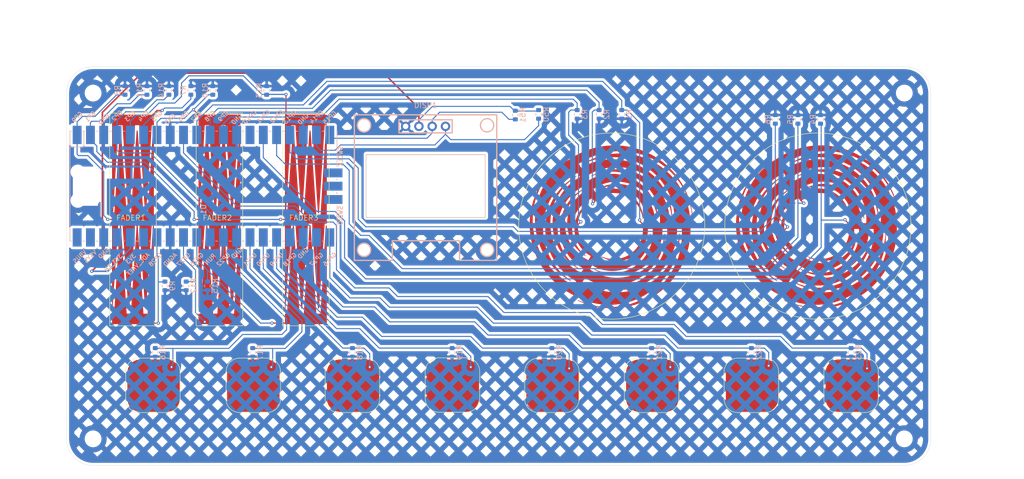
<source format=kicad_pcb>
(kicad_pcb (version 20240108) (generator "pcbnew") (generator_version "8.0")
  (layers (0 "F.Cu" signal) (31 "B.Cu" signal) (34 "B.Paste" user) (35 "F.Paste" user) (36 "B.SilkS" user "B.Silkscreen") (37 "F.SilkS" user "F.Silkscreen") (38 "B.Mask" user) (39 "F.Mask" user) (44 "Edge.Cuts" user))
  (net 0 "")
  (net 10 "/SCL")
  (net 11 "/SDA")
  (net 12 "/TPAD1")
  (net 13 "/TPAD2")
  (net 14 "+3V3")
  (net 15 "GND")
  (net 16 "/TPAD3")
  (net 17 "/TPAD4")
  (net 18 "/FADER1B")
  (net 19 "/FADER1C")
  (net 20 "/FADER1A")
  (net 21 "/FADER2A")
  (net 22 "/FADER2C")
  (net 23 "/FADER2B")
  (net 24 "/FADER3C")
  (net 25 "/FADER3B")
  (net 26 "/FADER3A")
  (net 27 "/ROT1A")
  (net 28 "/ROT1B")
  (net 29 "/ROT1C")
  (net 30 "/ROT2A")
  (net 31 "/ROT2B")
  (net 32 "/ROT2C")
  (net 33 "/TPAD5")
  (net 34 "/TPAD6")
  (net 35 "/TPAD7")
  (net 36 "/TPAD8")
  (footprint "SparkFun-Switch:Pad-CapacitiveTouch" (layer "F.Cu") (at 156.329998 86.36)
    (property "Reference" "SW7")
    (property "Value" "Capacitive Button" (hide yes))
  )
  (footprint "todbot_stuff:OLED-TH_under_L27.8-W27.2-P2.54_C9900033791" (layer "F.Cu") (at 93.98 36.83)
    (property "Reference" "DISP1")
    (property "Value" "HS96L03W2C03")
  )
  (footprint "MountingHole:MountingHole_2.7mm_M2.5" (layer "F.Cu") (at 185.42 30.48)
    (property "Reference" "H3" (hide yes))
    (property "Value" "MountingHole" (hide yes))
  )
  (footprint "MountingHole:MountingHole_2.1mm" (layer "F.Cu") (at 105.791 36.576)
    (property "Reference" "H8" (hide yes))
    (property "Value" "MountingHole" (hide yes))
  )
  (footprint "SparkFun-Switch:Pad-CapacitiveTouch" (layer "F.Cu") (at 80.129998 86.36)
    (property "Reference" "SW3")
    (property "Value" "Capacitive Button" (hide yes))
  )
  (footprint "MountingHole:MountingHole_2.7mm_M2.5_ISO14580" (layer "F.Cu") (at 30.48 30.48)
    (property "Reference" "H1" (hide yes))
    (property "Value" "MountingHole" (hide yes))
  )
  (footprint "SparkFun-Switch:Pad-CapacitiveTouch" (layer "F.Cu") (at 99.179998 86.36)
    (property "Reference" "SW4")
    (property "Value" "Capacitive Button" (hide yes))
  )
  (footprint "SparkFun-Switch:Pad-CapacitiveTouch" (layer "F.Cu") (at 175.379998 86.36)
    (property "Reference" "SW8")
    (property "Value" "Capacitive Button" (hide yes))
  )
  (footprint "todbot_eagle2023:TOUCHROTARY1B" (layer "F.Cu") (at 129.494896 55.876893)
    (property "Reference" "TOUCHROTARY1" (hide yes))
    (property "Value" "~" (hide yes))
  )
  (footprint "SparkFun-Switch:Pad-CapacitiveTouch" (layer "F.Cu") (at 61.079998 86.36)
    (property "Reference" "SW2")
    (property "Value" "Capacitive Button" (hide yes))
  )
  (footprint "SparkFun-Switch:Pad-CapacitiveTouch" (layer "F.Cu") (at 42.029998 86.36)
    (property "Reference" "SW1")
    (property "Value" "Capacitive Button" (hide yes))
  )
  (footprint "SparkFun-Switch:Pad-CapacitiveTouch" (layer "F.Cu") (at 118.229998 86.36)
    (property "Reference" "SW5")
    (property "Value" "Capacitive Button" (hide yes))
  )
  (footprint "MountingHole:MountingHole_2.7mm_M2.5" (layer "F.Cu") (at 185.42 96.52)
    (property "Reference" "H4" (hide yes))
    (property "Value" "MountingHole" (hide yes))
  )
  (footprint "todbot_eagle2023:TOUCHROTARY1B" (layer "F.Cu") (at 168.91 55.876893)
    (property "Reference" "TOUCHROTARY2" (hide yes))
    (property "Value" "~" (hide yes))
  )
  (footprint "todbot_eagle2023:TOUCHSLIDER3_8x40B" (layer "F.Cu") (at 38.1 54.61)
    (property "Reference" "FADER1")
    (property "Value" "~" (hide yes))
  )
  (footprint "todbot_eagle2023:TOUCHSLIDER3_8x40B" (layer "F.Cu") (at 71.12 54.61)
    (property "Reference" "FADER3")
    (property "Value" "~" (hide yes))
  )
  (footprint "MountingHole:MountingHole_2.1mm" (layer "F.Cu") (at 82.169 36.576)
    (property "Reference" "H7" (hide yes))
    (property "Value" "MountingHole" (hide yes))
  )
  (footprint "MountingHole:MountingHole_2.1mm" (layer "F.Cu") (at 82.169 60.452)
    (property "Reference" "H5" (hide yes))
    (property "Value" "MountingHole" (hide yes))
  )
  (footprint "todbot_eagle2023:TOUCHSLIDER3_8x40B" (layer "F.Cu") (at 54.61 54.61)
    (property "Reference" "FADER2")
    (property "Value" "~" (hide yes))
  )
  (footprint "MountingHole:MountingHole_2.7mm_M2.5_ISO14580" (layer "F.Cu") (at 30.48 96.52)
    (property "Reference" "H2" (hide yes))
    (property "Value" "MountingHole" (hide yes))
  )
  (footprint "SparkFun-Switch:Pad-CapacitiveTouch" (layer "F.Cu") (at 137.279998 86.36)
    (property "Reference" "SW6")
    (property "Value" "Capacitive Button" (hide yes))
  )
  (footprint "MountingHole:MountingHole_2.1mm" (layer "F.Cu") (at 105.791 60.452)
    (property "Reference" "H6" (hide yes))
    (property "Value" "MountingHole" (hide yes))
  )
  (footprint "Resistor_SMD:R_0603_1608Metric" (layer "B.Cu") (at 44.196 67.31 90)
    (property "Reference" "R9")
    (property "Value" "1M")
  )
  (footprint "Resistor_SMD:R_0603_1608Metric" (layer "B.Cu") (at 99.06 80.01 90)
    (property "Reference" "R19")
    (property "Value" "1M")
  )
  (footprint "Resistor_SMD:R_0603_1608Metric" (layer "B.Cu") (at 165.1 35.496 -90)
    (property "Reference" "R5")
    (property "Value" "1M")
  )
  (footprint "Resistor_SMD:R_0603_1608Metric" (layer "B.Cu") (at 36.576 29.972 -90)
    (property "Reference" "R8")
    (property "Value" "1M")
  )
  (footprint "Resistor_SMD:R_0603_1608Metric" (layer "B.Cu") (at 63.627 29.972 -90)
    (property "Reference" "R13")
    (property "Value" "1M")
  )
  (footprint "Resistor_SMD:R_0603_1608Metric" (layer "B.Cu") (at 53.34 29.972 -90)
    (property "Reference" "R10")
    (property "Value" "1M")
  )
  (footprint "Resistor_SMD:R_0603_1608Metric" (layer "B.Cu") (at 60.96 80.01 90)
    (property "Reference" "R17")
    (property "Value" "1M")
  )
  (footprint "Resistor_SMD:R_0603_1608Metric" (layer "B.Cu") (at 49.149 29.972 -90)
    (property "Reference" "R7")
    (property "Value" "1M")
  )
  (footprint "Resistor_SMD:R_0603_1608Metric" (layer "B.Cu") (at 40.767 29.972 -90)
    (property "Reference" "R11")
    (property "Value" "1M")
  )
  (footprint "Resistor_SMD:R_0603_1608Metric" (layer "B.Cu") (at 169.418 35.497 -90)
    (property "Reference" "R4")
    (property "Value" "1M")
  )
  (footprint "Resistor_SMD:R_0603_1608Metric" (layer "B.Cu") (at 175.26 80.01 90)
    (property "Reference" "R23")
    (property "Value" "1M")
  )
  (footprint "Resistor_SMD:R_0603_1608Metric" (layer "B.Cu") (at 115.57 34.544 90)
    (property "Reference" "R50")
    (property "Value" "10k")
  )
  (footprint "Resistor_SMD:R_0603_1608Metric" (layer "B.Cu") (at 42.355 80.01 90)
    (property "Reference" "R16")
    (property "Value" "1M")
  )
  (footprint "Resistor_SMD:R_0603_1608Metric" (layer "B.Cu") (at 52.324 67.31 90)
    (property "Reference" "R15")
    (property "Value" "1M")
  )
  (footprint "Resistor_SMD:R_0603_1608Metric" (layer "B.Cu") (at 118.11 80.01 90)
    (property "Reference" "R20")
    (property "Value" "1M")
  )
  (footprint "Resistor_SMD:R_0603_1608Metric" (layer "B.Cu") (at 156.21 80.01 90)
    (property "Reference" "R22")
    (property "Value" "1M")
  )
  (footprint "Resistor_SMD:R_0603_1608Metric" (layer "B.Cu") (at 48.26 67.31 90)
    (property "Reference" "R12")
    (property "Value" "1M")
  )
  (footprint "Resistor_SMD:R_0603_1608Metric" (layer "B.Cu") (at 137.16 80.01 90)
    (property "Reference" "R21")
    (property "Value" "1M")
  )
  (footprint "Resistor_SMD:R_0603_1608Metric" (layer "B.Cu") (at 80.01 80.01 90)
    (property "Reference" "R18")
    (property "Value" "1M")
  )
  (footprint "Resistor_SMD:R_0603_1608Metric" (layer "B.Cu") (at 122.936 34.544 90)
    (property "Reference" "R3")
    (property "Value" "1M")
  )
  (footprint "Resistor_SMD:R_0603_1608Metric" (layer "B.Cu") (at 111.125 34.671 90)
    (property "Reference" "R51")
    (property "Value" "10k")
  )
  (footprint "Resistor_SMD:R_0603_1608Metric" (layer "B.Cu") (at 160.782 35.497 -90)
    (property "Reference" "R6")
    (property "Value" "1M")
  )
  (footprint "Resistor_SMD:R_0603_1608Metric" (layer "B.Cu") (at 44.958 29.972 -90)
    (property "Reference" "R14")
    (property "Value" "1M")
  )
  (footprint "todbot_RPI_Pico:RPi_Pico_SMD" (layer "B.Cu") (at 51.562 48.26 -90)
    (property "Reference" "U1")
    (property "Value" "Pico")
  )
  (footprint "Resistor_SMD:R_0603_1608Metric" (layer "B.Cu") (at 131.445 34.544 90)
    (property "Reference" "R1")
    (property "Value" "1M")
  )
  (footprint "Resistor_SMD:R_0603_1608Metric" (layer "B.Cu") (at 127.127 34.544 90)
    (property "Reference" "R2")
    (property "Value" "1M")
  )
  (gr_line (start 172.659999 81.1) (end 177.859999 81.1) (stroke (width 0.1)) (layer "F.SilkS"))
  (gr_line (start 93.92 88.84) (end 93.919999 83.640001) (stroke (width 0.1)) (layer "F.SilkS"))
  (gr_rect (start 33.655 34.29) (end 42.545 74.93) (stroke (width 0.1)) (fill none) (layer "F.SilkS"))
  (gr_arc (start 39.309999 91.499999) (mid 37.471521 90.738477) (end 36.709999 88.899999) (stroke (width 0.1)) (layer "F.SilkS"))
  (gr_arc (start 101.719999 81.040001) (mid 103.558477 81.801523) (end 104.319999 83.640001) (stroke (width 0.1)) (layer "F.SilkS"))
  (gr_arc (start 58.479999 91.499999) (mid 56.641521 90.738477) (end 55.879999 88.899999) (stroke (width 0.1)) (layer "F.SilkS"))
  (gr_line (start 161.409997 88.9) (end 161.409998 83.700001) (stroke (width 0.1)) (layer "F.SilkS"))
  (gr_arc (start 36.709998 83.7) (mid 37.47152 81.861522) (end 39.309998 81.1) (stroke (width 0.1)) (layer "F.SilkS"))
  (gr_arc (start 104.319998 88.84) (mid 103.558476 90.678478) (end 101.719998 91.44) (stroke (width 0.1)) (layer "F.SilkS"))
  (gr_line (start 77.409998 81.1) (end 82.609998 81.1) (stroke (width 0.1)) (layer "F.SilkS"))
  (gr_line (start 123.309997 88.9) (end 123.309998 83.700001) (stroke (width 0.1)) (layer "F.SilkS"))
  (gr_arc (start 93.919999 83.640001) (mid 94.681521 81.801523) (end 96.519999 81.040001) (stroke (width 0.1)) (layer "F.SilkS"))
  (gr_line (start 134.559999 81.1) (end 139.759999 81.1) (stroke (width 0.1)) (layer "F.SilkS"))
  (gr_arc (start 115.509999 91.499999) (mid 113.671521 90.738477) (end 112.909999 88.899999) (stroke (width 0.1)) (layer "F.SilkS"))
  (gr_line (start 36.709999 88.899999) (end 36.709998 83.7) (stroke (width 0.1)) (layer "F.SilkS"))
  (gr_line (start 82.609997 91.499999) (end 77.409999 91.499999) (stroke (width 0.1)) (layer "F.SilkS"))
  (gr_rect (start 66.675 34.29) (end 75.565 74.93) (stroke (width 0.1)) (fill none) (layer "F.SilkS"))
  (gr_line (start 55.879999 88.899999) (end 55.879998 83.7) (stroke (width 0.1)) (layer "F.SilkS"))
  (gr_arc (start 158.809998 81.1) (mid 160.648476 81.861522) (end 161.409998 83.7) (stroke (width 0.1)) (layer "F.SilkS"))
  (gr_arc (start 151.009998 83.7) (mid 151.77152 81.861522) (end 153.609998 81.1) (stroke (width 0.1)) (layer "F.SilkS"))
  (gr_line (start 153.609998 81.1) (end 158.809998 81.1) (stroke (width 0.1)) (layer "F.SilkS"))
  (gr_line (start 58.479998 81.1) (end 63.679998 81.1) (stroke (width 0.1)) (layer "F.SilkS"))
  (gr_line (start 74.809999 88.899999) (end 74.809998 83.7) (stroke (width 0.1)) (layer "F.SilkS"))
  (gr_arc (start 66.279997 88.899999) (mid 65.518475 90.738477) (end 63.679997 91.499999) (stroke (width 0.1)) (layer "F.SilkS"))
  (gr_circle (center 168.91 55.876893) (end 186.69 55.876893) (stroke (width 0.1)) (fill none) (layer "F.SilkS"))
  (gr_arc (start 120.709998 81.1) (mid 122.548476 81.861522) (end 123.309998 83.7) (stroke (width 0.1)) (layer "F.SilkS"))
  (gr_arc (start 180.459998 88.899999) (mid 179.698476 90.738477) (end 177.859998 91.499999) (stroke (width 0.1)) (layer "F.SilkS"))
  (gr_line (start 139.759998 91.499999) (end 134.56 91.499999) (stroke (width 0.1)) (layer "F.SilkS"))
  (gr_line (start 47.109997 88.9) (end 47.109998 83.700001) (stroke (width 0.1)) (layer "F.SilkS"))
  (gr_arc (start 74.809998 83.7) (mid 75.57152 81.861522) (end 77.409998 81.1) (stroke (width 0.1)) (layer "F.SilkS"))
  (gr_arc (start 153.609999 91.499999) (mid 151.771521 90.738477) (end 151.009999 88.899999) (stroke (width 0.1)) (layer "F.SilkS"))
  (gr_arc (start 47.109997 88.899999) (mid 46.348475 90.738477) (end 44.509997 91.499999) (stroke (width 0.1)) (layer "F.SilkS"))
  (gr_line (start 66.279997 88.9) (end 66.279998 83.700001) (stroke (width 0.1)) (layer "F.SilkS"))
  (gr_line (start 115.509998 81.1) (end 120.709998 81.1) (stroke (width 0.1)) (layer "F.SilkS"))
  (gr_arc (start 131.959999 83.7) (mid 132.721521 81.861522) (end 134.559999 81.1) (stroke (width 0.1)) (layer "F.SilkS"))
  (gr_arc (start 142.359998 88.899999) (mid 141.598476 90.738477) (end 139.759998 91.499999) (stroke (width 0.1)) (layer "F.SilkS"))
  (gr_line (start 170.06 88.899999) (end 170.059999 83.7) (stroke (width 0.1)) (layer "F.SilkS"))
  (gr_arc (start 177.859999 81.1) (mid 179.698477 81.861522) (end 180.459999 83.7) (stroke (width 0.1)) (layer "F.SilkS"))
  (gr_arc (start 139.759999 81.1) (mid 141.598477 81.861522) (end 142.359999 83.7) (stroke (width 0.1)) (layer "F.SilkS"))
  (gr_arc (start 170.059999 83.7) (mid 170.821521 81.861522) (end 172.659999 81.1) (stroke (width 0.1)) (layer "F.SilkS"))
  (gr_line (start 180.459998 88.9) (end 180.459999 83.700001) (stroke (width 0.1)) (layer "F.SilkS"))
  (gr_line (start 85.209997 88.9) (end 85.209998 83.700001) (stroke (width 0.1)) (layer "F.SilkS"))
  (gr_arc (start 112.909998 83.7) (mid 113.67152 81.861522) (end 115.509998 81.1) (stroke (width 0.1)) (layer "F.SilkS"))
  (gr_rect (start 50.165 34.29) (end 59.055 74.93) (stroke (width 0.1)) (fill none) (layer "F.SilkS"))
  (gr_arc (start 134.56 91.499999) (mid 132.721522 90.738477) (end 131.96 88.899999) (stroke (width 0.1)) (layer "F.SilkS"))
  (gr_line (start 158.809997 91.499999) (end 153.609999 91.499999) (stroke (width 0.1)) (layer "F.SilkS"))
  (gr_arc (start 77.409999 91.499999) (mid 75.571521 90.738477) (end 74.809999 88.899999) (stroke (width 0.1)) (layer "F.SilkS"))
  (gr_line (start 120.709997 91.499999) (end 115.509999 91.499999) (stroke (width 0.1)) (layer "F.SilkS"))
  (gr_line (start 112.909999 88.899999) (end 112.909998 83.7) (stroke (width 0.1)) (layer "F.SilkS"))
  (gr_arc (start 123.309997 88.899999) (mid 122.548475 90.738477) (end 120.709997 91.499999) (stroke (width 0.1)) (layer "F.SilkS"))
  (gr_line (start 104.319998 88.840001) (end 104.319999 83.640002) (stroke (width 0.1)) (layer "F.SilkS"))
  (gr_line (start 131.96 88.899999) (end 131.959999 83.7) (stroke (width 0.1)) (layer "F.SilkS"))
  (gr_line (start 142.359998 88.9) (end 142.359999 83.700001) (stroke (width 0.1)) (layer "F.SilkS"))
  (gr_line (start 44.509997 91.499999) (end 39.309999 91.499999) (stroke (width 0.1)) (layer "F.SilkS"))
  (gr_arc (start 44.509998 81.1) (mid 46.348476 81.861522) (end 47.109998 83.7) (stroke (width 0.1)) (layer "F.SilkS"))
  (gr_arc (start 55.879998 83.7) (mid 56.64152 81.861522) (end 58.479998 81.1) (stroke (width 0.1)) (layer "F.SilkS"))
  (gr_line (start 101.719998 91.44) (end 96.52 91.44) (stroke (width 0.1)) (layer "F.SilkS"))
  (gr_circle (center 129.54 55.876893) (end 147.274896 57.098119) (stroke (width 0.1)) (fill none) (layer "F.SilkS"))
  (gr_line (start 39.309998 81.1) (end 44.509998 81.1) (stroke (width 0.1)) (layer "F.SilkS"))
  (gr_arc (start 85.209997 88.899999) (mid 84.448475 90.738477) (end 82.609997 91.499999) (stroke (width 0.1)) (layer "F.SilkS"))
  (gr_arc (start 161.409997 88.899999) (mid 160.648475 90.738477) (end 158.809997 91.499999) (stroke (width 0.1)) (layer "F.SilkS"))
  (gr_arc (start 82.609998 81.1) (mid 84.448476 81.861522) (end 85.209998 83.7) (stroke (width 0.1)) (layer "F.SilkS"))
  (gr_line (start 151.009999 88.899999) (end 151.009998 83.7) (stroke (width 0.1)) (layer "F.SilkS"))
  (gr_line (start 177.859998 91.499999) (end 172.66 91.499999) (stroke (width 0.1)) (layer "F.SilkS"))
  (gr_line (start 63.679997 91.499999) (end 58.479999 91.499999) (stroke (width 0.1)) (layer "F.SilkS"))
  (gr_line (start 96.519999 81.040001) (end 101.719999 81.040001) (stroke (width 0.1)) (layer "F.SilkS"))
  (gr_arc (start 63.679998 81.1) (mid 65.518476 81.861522) (end 66.279998 83.7) (stroke (width 0.1)) (layer "F.SilkS"))
  (gr_arc (start 96.52 91.44) (mid 94.681522 90.678478) (end 93.92 88.84) (stroke (width 0.1)) (layer "F.SilkS"))
  (gr_arc (start 172.66 91.499999) (mid 170.821522 90.738477) (end 170.06 88.899999) (stroke (width 0.1)) (layer "F.SilkS"))
  (gr_line (start 30.48 25.4) (end 185.42 25.4) (stroke (width 0.05)) (layer "Edge.Cuts"))
  (gr_arc (start 25.4 30.48) (mid 26.887898 26.887898) (end 30.48 25.4) (stroke (width 0.05)) (layer "Edge.Cuts"))
  (gr_line (start 30.48 101.6) (end 185.42 101.6) (stroke (width 0.05)) (layer "Edge.Cuts"))
  (gr_line (start 25.399998 96.520002) (end 25.4 30.48) (stroke (width 0.05)) (layer "Edge.Cuts"))
  (gr_arc (start 30.479998 101.600002) (mid 26.887896 100.112104) (end 25.399998 96.520002) (stroke (width 0.05)) (layer "Edge.Cuts"))
  (gr_arc (start 190.5 96.52) (mid 189.012102 100.112102) (end 185.42 101.6) (stroke (width 0.05)) (layer "Edge.Cuts"))
  (gr_line (start 190.5 30.48) (end 190.5 96.52) (stroke (width 0.05)) (layer "Edge.Cuts"))
  (gr_rect (start 82.67 42.17) (end 105.42 54.17) (stroke (width 0.05)) (fill none) (layer "Edge.Cuts"))
  (gr_arc (start 185.42 25.4) (mid 189.012102 26.887898) (end 190.5 30.48) (stroke (width 0.05)) (layer "Edge.Cuts"))
  (segment (start 95.25 35.56) (end 95.25 38.1) (width 0.2) (layer "B.Cu") (net 10))
  (segment (start 95.25 38.1) (end 94.234 39.116) (width 0.2) (layer "B.Cu") (net 10))
  (segment (start 75.946 39.116) (end 75.692 39.37) (width 0.2) (layer "B.Cu") (net 10))
  (segment (start 96.6724 34.1376) (end 95.25 35.56) (width 0.2) (layer "B.Cu") (net 10))
  (segment (start 94.234 39.116) (end 75.946 39.116) (width 0.2) (layer "B.Cu") (net 10))
  (segment (start 109.918 35.496) (end 108.5596 34.1376) (width 0.2) (layer "B.Cu") (net 10))
  (segment (start 111.125 35.496) (end 109.918 35.496) (width 0.2) (layer "B.Cu") (net 10))
  (segment (start 108.5596 34.1376) (end 96.6724 34.1376) (width 0.2) (layer "B.Cu") (net 10))
  (segment (start 115.57 36.703) (end 112.903 39.37) (width 0.2) (layer "B.Cu") (net 11))
  (segment (start 97.79 38.354) (end 95.758 40.386) (width 0.2) (layer "B.Cu") (net 11))
  (segment (start 95.758 40.386) (end 77.724 40.386) (width 0.2) (layer "B.Cu") (net 11))
  (segment (start 97.79 36.83) (end 97.79 38.354) (width 0.2) (layer "B.Cu") (net 11))
  (segment (start 73.914 41.402) (end 73.152 40.64) (width 0.2) (layer "B.Cu") (net 11))
  (segment (start 112.903 39.37) (end 98.806 39.37) (width 0.2) (layer "B.Cu") (net 11))
  (segment (start 98.806 39.37) (end 97.79 38.354) (width 0.2) (layer "B.Cu") (net 11))
  (segment (start 76.708 41.402) (end 73.914 41.402) (width 0.2) (layer "B.Cu") (net 11))
  (segment (start 77.724 40.386) (end 76.708 41.402) (width 0.2) (layer "B.Cu") (net 11))
  (segment (start 73.152 40.64) (end 73.152 39.37) (width 0.2) (layer "B.Cu") (net 11))
  (segment (start 115.57 35.369) (end 115.57 36.703) (width 0.2) (layer "B.Cu") (net 11))
  (segment (start 45.72 82.296) (end 42.029998 85.986002) (width 0.2) (layer "F.Cu") (net 12))
  (segment (start 42.029998 85.986002) (end 42.029998 86.36) (width 0.2) (layer "F.Cu") (net 12))
  (via (at 45.466 82.804) (size 0.6) (drill 0.3) (layers "F.Cu" "B.Cu") (net 12))
  (segment (start 59.055 76.581) (end 66.548 76.581) (width 0.2) (layer "B.Cu") (net 12))
  (segment (start 42.418 79.248) (end 45.72 79.248) (width 0.2) (layer "B.Cu") (net 12))
  (segment (start 45.72 79.248) (end 56.388 79.248) (width 0.2) (layer "B.Cu") (net 12))
  (segment (start 45.72 82.296) (end 45.72 79.248) (width 0.2) (layer "B.Cu") (net 12))
  (segment (start 55.372 61.468) (end 55.372 57.15) (width 0.2) (layer "B.Cu") (net 12))
  (segment (start 56.388 79.248) (end 59.055 76.581) (width 0.2) (layer "B.Cu") (net 12))
  (segment (start 45.466 82.55) (end 45.466 82.804) (width 0.2) (layer "B.Cu") (net 12))
  (segment (start 67.437 75.692) (end 67.437 73.533) (width 0.2) (layer "B.Cu") (net 12))
  (segment (start 67.437 73.533) (end 55.372 61.468) (width 0.2) (layer "B.Cu") (net 12))
  (segment (start 66.548 76.581) (end 67.437 75.692) (width 0.2) (layer "B.Cu") (net 12))
  (segment (start 45.72 82.296) (end 45.466 82.55) (width 0.2) (layer "B.Cu") (net 12))
  (segment (start 42.355 79.185) (end 42.418 79.248) (width 0.2) (layer "B.Cu") (net 12))
  (segment (start 61.079998 86.240002) (end 64.77 82.55) (width 0.2) (layer "F.Cu") (net 13))
  (segment (start 61.079998 86.36) (end 61.079998 86.240002) (width 0.2) (layer "F.Cu") (net 13))
  (via (at 64.516 82.804) (size 0.6) (drill 0.3) (layers "F.Cu" "B.Cu") (net 13))
  (segment (start 60.452 64.008) (end 60.452 57.15) (width 0.2) (layer "B.Cu") (net 13))
  (segment (start 70.358 76.073) (end 70.358 73.914) (width 0.2) (layer "B.Cu") (net 13))
  (segment (start 67.183 79.248) (end 70.358 76.073) (width 0.2) (layer "B.Cu") (net 13))
  (segment (start 70.358 73.914) (end 60.452 64.008) (width 0.2) (layer "B.Cu") (net 13))
  (segment (start 64.77 79.248) (end 61.023 79.248) (width 0.2) (layer "B.Cu") (net 13))
  (segment (start 61.023 79.248) (end 60.96 79.185) (width 0.2) (layer "B.Cu") (net 13))
  (segment (start 64.77 79.248) (end 67.183 79.248) (width 0.2) (layer "B.Cu") (net 13))
  (segment (start 64.77 82.55) (end 64.77 79.248) (width 0.2) (layer "B.Cu") (net 13))
  (segment (start 92.71 33.401) (end 85.979 26.67) (width 0.3) (layer "F.Cu") (net 14))
  (segment (start 92.71 36.83) (end 92.71 33.401) (width 0.3) (layer "F.Cu") (net 14))
  (segment (start 32.258 34.163) (end 32.258 62.484) (width 0.3) (layer "F.Cu") (net 14))
  (segment (start 39.751 26.67) (end 32.258 34.163) (width 0.3) (layer "F.Cu") (net 14))
  (segment (start 32.258 62.484) (end 30.226 64.516) (width 0.3) (layer "F.Cu") (net 14))
  (segment (start 85.979 26.67) (end 39.751 26.67) (width 0.3) (layer "F.Cu") (net 14))
  (via (at 30.226 64.516) (size 0.6) (drill 0.3) (layers "F.Cu" "B.Cu") (net 14))
  (segment (start 110.109 33.02) (end 110.935 33.846) (width 0.2) (layer "B.Cu") (net 14))
  (segment (start 37.592 57.15) (end 37.592 60.198) (width 0.3) (layer "B.Cu") (net 14))
  (segment (start 92.71 36.83) (end 92.71 35.6108) (width 0.2) (layer "B.Cu") (net 14))
  (segment (start 95.3008 33.02) (end 110.109 33.02) (width 0.2) (layer "B.Cu") (net 14))
  (segment (start 37.592 60.198) (end 33.274 64.516) (width 0.3) (layer "B.Cu") (net 14))
  (segment (start 115.57 33.719) (end 115.38 33.909) (width 0.2) (layer "B.Cu") (net 14))
  (segment (start 110.935 33.846) (end 111.125 33.846) (width 0.2) (layer "B.Cu") (net 14))
  (segment (start 92.71 35.6108) (end 95.3008 33.02) (width 0.2) (layer "B.Cu") (net 14))
  (segment (start 33.274 64.516) (end 30.226 64.516) (width 0.3) (layer "B.Cu") (net 14))
  (segment (start 115.38 33.909) (end 111.188 33.909) (width 0.2) (layer "B.Cu") (net 14))
  (segment (start 111.188 33.909) (end 111.125 33.846) (width 0.2) (layer "B.Cu") (net 14))
  (segment (start 42.164 81.026) (end 42.355 80.835) (width 0.2) (layer "B.Cu") (net 15))
  (segment (start 83.312 83.177998) (end 83.312 82.804) (width 0.2) (layer "F.Cu") (net 16))
  (segment (start 80.129998 86.36) (end 83.312 83.177998) (width 0.2) (layer "F.Cu") (net 16))
  (via (at 83.312 82.804) (size 0.6) (drill 0.3) (layers "F.Cu" "B.Cu") (net 16))
  (segment (start 83.312 82.804) (end 83.312 80.264) (width 0.2) (layer "B.Cu") (net 16))
  (segment (start 82.233 79.185) (end 80.01 79.185) (width 0.2) (layer "B.Cu") (net 16))
  (segment (start 83.312 80.264) (end 82.233 79.185) (width 0.2) (layer "B.Cu") (net 16))
  (segment (start 62.992 57.15) (end 62.992 64.008) (width 0.2) (layer "B.Cu") (net 16))
  (segment (start 62.992 64.008) (end 78.169 79.185) (width 0.2) (layer "B.Cu") (net 16))
  (segment (start 78.169 79.185) (end 80.01 79.185) (width 0.2) (layer "B.Cu") (net 16))
  (segment (start 99.06 86.36) (end 99.179998 86.36) (width 0.2) (layer "F.Cu") (net 17))
  (segment (start 99.179998 86.36) (end 102.616 82.923998) (width 0.2) (layer "F.Cu") (net 17))
  (segment (start 102.616 82.923998) (end 102.616 82.804) (width 0.2) (layer "F.Cu") (net 17))
  (via (at 102.616 82.804) (size 0.6) (drill 0.3) (layers "F.Cu" "B.Cu") (net 17))
  (segment (start 102.616 82.804) (end 102.616 80.772) (width 0.2) (layer "B.Cu") (net 17))
  (segment (start 101.029 79.185) (end 99.06 79.185) (width 0.2) (layer "B.Cu") (net 17))
  (segment (start 85.1286 79.185) (end 81.407 75.4634) (width 0.2) (layer "B.Cu") (net 17))
  (segment (start 99.06 79.185) (end 85.1286 79.185) (width 0.2) (layer "B.Cu") (net 17))
  (segment (start 102.616 80.772) (end 101.029 79.185) (width 0.2) (layer "B.Cu") (net 17))
  (segment (start 65.532 64.008) (end 65.532 57.15) (width 0.2) (layer "B.Cu") (net 17))
  (segment (start 81.407 75.4634) (end 76.9874 75.4634) (width 0.2) (layer "B.Cu") (net 17))
  (segment (start 76.9874 75.4634) (end 65.532 64.008) (width 0.2) (layer "B.Cu") (net 17))
  (segment (start 34.3 54.61) (end 33.274 54.61) (width 0.2) (layer "F.Cu") (net 18))
  (via (at 33.274 54.61) (size 0.6) (drill 0.3) (layers "F.Cu" "B.Cu") (net 18))
  (segment (start 27.432 42.164) (end 27.432 39.37) (width 0.2) (layer "B.Cu") (net 18))
  (segment (start 29.464 42.418) (end 27.686 42.418) (width 0.2) (layer "B.Cu") (net 18))
  (segment (start 32.512 53.848) (end 32.512 45.466) (width 0.2) (layer "B.Cu") (net 18))
  (segment (start 33.274 54.61) (end 32.512 53.848) (width 0.2) (layer "B.Cu") (net 18))
  (segment (start 36.5374 30.8356) (end 34.9504 30.8356) (width 0.2) (layer "B.Cu") (net 18))
  (segment (start 27.432 35.9664) (end 27.432 39.37) (width 0.2) (layer "B.Cu") (net 18))
  (segment (start 30.861 34.925) (end 28.4734 34.925) (width 0.2) (layer "B.Cu") (net 18))
  (segment (start 28.4734 34.925) (end 27.432 35.9664) (width 0.2) (layer "B.Cu") (net 18))
  (segment (start 32.512 45.466) (end 29.464 42.418) (width 0.2) (layer "B.Cu") (net 18))
  (segment (start 36.576 30.797) (end 36.5374 30.8356) (width 0.2) (layer "B.Cu") (net 18))
  (segment (start 34.9504 30.8356) (end 30.861 34.925) (width 0.2) (layer "B.Cu") (net 18))
  (segment (start 27.686 42.418) (end 27.432 42.164) (width 0.2) (layer "B.Cu") (net 18))
  (segment (start 35.3 74.41) (end 42.914 74.41) (width 0.2) (layer "F.Cu") (net 19))
  (segment (start 42.914 74.41) (end 42.926 74.422) (width 0.2) (layer "F.Cu") (net 19))
  (via (at 42.926 74.422) (size 0.6) (drill 0.3) (layers "F.Cu" "B.Cu") (net 19))
  (segment (start 42.672 61.468) (end 42.672 57.15) (width 0.2) (layer "B.Cu") (net 19))
  (segment (start 42.926 66.548) (end 42.926 61.722) (width 0.2) (layer "B.Cu") (net 19))
  (segment (start 42.926 66.548) (end 44.133 66.548) (width 0.2) (layer "B.Cu") (net 19))
  (segment (start 42.926 61.722) (end 42.672 61.468) (width 0.2) (layer "B.Cu") (net 19))
  (segment (start 44.133 66.548) (end 44.196 66.485) (width 0.2) (layer "B.Cu") (net 19))
  (segment (start 42.926 74.422) (end 42.926 66.548) (width 0.2) (layer "B.Cu") (net 19))
  (segment (start 43.688 33.782) (end 42.672 33.782) (width 0.2) (layer "F.Cu") (net 20))
  (segment (start 42.672 33.782) (end 41.644 34.81) (width 0.2) (layer "F.Cu") (net 20))
  (segment (start 41.644 34.81) (end 34.3032 34.81) (width 0.2) (layer "F.Cu") (net 20))
  (via (at 43.688 33.782) (size 0.6) (drill 0.3) (layers "F.Cu" "B.Cu") (net 20))
  (segment (start 49.149 31.623) (end 49.149 30.797) (width 0.2) (layer "B.Cu") (net 20))
  (segment (start 42.672 34.036) (end 40.132 36.576) (width 0.2) (layer "B.Cu") (net 20))
  (segment (start 40.132 36.576) (end 40.132 39.37) (width 0.2) (layer "B.Cu") (net 20))
  (segment (start 47.4472 33.3248) (end 49.149 31.623) (width 0.2) (layer "B.Cu") (net 20))
  (segment (start 43.688 33.782) (end 43.434 34.036) (width 0.2) (layer "B.Cu") (net 20))
  (segment (start 43.688 33.782) (end 44.1452 33.3248) (width 0.2) (layer "B.Cu") (net 20))
  (segment (start 43.434 34.036) (end 42.672 34.036) (width 0.2) (layer "B.Cu") (net 20))
  (segment (start 44.1452 33.3248) (end 47.4472 33.3248) (width 0.2) (layer "B.Cu") (net 20))
  (segment (start 49.6582 33.655) (end 50.8132 34.81) (width 0.2) (layer "F.Cu") (net 21))
  (segment (start 49.657 33.655) (end 49.6582 33.655) (width 0.2) (layer "F.Cu") (net 21))
  (via (at 49.657 33.655) (size 0.6) (drill 0.3) (layers "F.Cu" "B.Cu") (net 21))
  (segment (start 49.5554 33.655) (end 47.9044 35.306) (width 0.2) (layer "B.Cu") (net 21))
  (segment (start 47.9044 35.306) (end 43.434 35.306) (width 0.2) (layer "B.Cu") (net 21))
  (segment (start 42.672 36.068) (end 42.672 39.37) (width 0.2) (layer "B.Cu") (net 21))
  (segment (start 43.434 35.306) (end 42.672 36.068) (width 0.2) (layer "B.Cu") (net 21))
  (segment (start 49.657 33.655) (end 49.5554 33.655) (width 0.2) (layer "B.Cu") (net 21))
  (segment (start 52.515 30.797) (end 53.34 30.797) (width 0.2) (layer "B.Cu") (net 21))
  (segment (start 49.657 33.655) (end 52.515 30.797) (width 0.2) (layer "B.Cu") (net 21))
  (segment (start 51.81 74.41) (end 51.81 74.174) (width 0.2) (layer "F.Cu") (net 22))
  (segment (start 51.81 74.174) (end 51.816 74.168) (width 0.2) (layer "F.Cu") (net 22))
  (via (at 51.816 74.168) (size 0.6) (drill 0.3) (layers "F.Cu" "B.Cu") (net 22))
  (segment (start 51.816 74.168) (end 50.038 72.39) (width 0.2) (layer "B.Cu") (net 22))
  (segment (start 50.038 72.39) (end 50.038 66.548) (width 0.2) (layer "B.Cu") (net 22))
  (segment (start 50.038 66.548) (end 50.038 64.262) (width 0.2) (layer "B.Cu") (net 22))
  (segment (start 48.26 66.485) (end 49.975 66.485) (width 0.2) (layer "B.Cu") (net 22))
  (segment (start 49.975 66.485) (end 50.038 66.548) (width 0.2) (layer "B.Cu") (net 22))
  (segment (start 47.752 61.976) (end 47.752 57.15) (width 0.2) (layer "B.Cu") (net 22))
  (segment (start 50.038 64.262) (end 47.752 61.976) (width 0.2) (layer "B.Cu") (net 22))
  (segment (start 50.81 54.61) (end 49.784 54.61) (width 0.2) (layer "F.Cu") (net 23))
  (via (at 49.784 54.61) (size 0.6) (drill 0.3) (layers "F.Cu" "B.Cu") (net 23))
  (segment (start 33.2232 43.688) (end 31.1912 41.656) (width 0.2) (layer "B.Cu") (net 23))
  (segment (start 37.592 32.512) (end 39.307 30.797) (width 0.2) (layer "B.Cu") (net 23))
  (segment (start 40.386 43.688) (end 33.2232 43.688) (width 0.2) (layer "B.Cu") (net 23))
  (segment (start 29.972 39.37) (end 29.972 36.1188) (width 0.2) (layer "B.Cu") (net 23))
  (segment (start 39.307 30.797) (end 40.767 30.797) (width 0.2) (layer "B.Cu") (net 23))
  (segment (start 31.1912 40.5892) (end 29.972 39.37) (width 0.2) (layer "B.Cu") (net 23))
  (segment (start 35.052 32.512) (end 37.592 32.512) (width 0.2) (layer "B.Cu") (net 23))
  (segment (start 49.784 54.61) (end 49.784 53.086) (width 0.2) (layer "B.Cu") (net 23))
  (segment (start 31.6992 35.8648) (end 35.052 32.512) (width 0.2) (layer "B.Cu") (net 23))
  (segment (start 49.784 53.086) (end 40.386 43.688) (width 0.2) (layer "B.Cu") (net 23))
  (segment (start 30.226 35.8648) (end 31.6992 35.8648) (width 0.2) (layer "B.Cu") (net 23))
  (segment (start 31.1912 41.656) (end 31.1912 40.5892) (width 0.2) (layer "B.Cu") (net 23))
  (segment (start 29.972 36.1188) (end 30.226 35.8648) (width 0.2) (layer "B.Cu") (net 23))
  (segment (start 64.643 74.41) (end 68.32 74.41) (width 0.2) (layer "F.Cu") (net 24))
  (via (at 64.643 74.41) (size 0.6) (drill 0.3) (layers "F.Cu" "B.Cu") (net 24))
  (segment (start 52.324 64.262) (end 50.292 62.23) (width 0.2) (layer "B.Cu") (net 24))
  (segment (start 64.643 74.41) (end 62.472 74.41) (width 0.2) (layer "B.Cu") (net 24))
  (segment (start 52.324 66.485) (end 52.324 64.262) (width 0.2) (layer "B.Cu") (net 24))
  (segment (start 50.292 62.23) (end 50.292 57.15) (width 0.2) (layer "B.Cu") (net 24))
  (segment (start 62.472 74.41) (end 52.324 64.262) (width 0.2) (layer "B.Cu") (net 24))
  (segment (start 67.32 54.61) (end 66.294 54.61) (width 0.2) (layer "F.Cu") (net 25))
  (via (at 66.294 54.61) (size 0.6) (drill 0.3) (layers "F.Cu" "B.Cu") (net 25))
  (segment (start 44.005 31.75) (end 44.958 30.797) (width 0.2) (layer "B.Cu") (net 25))
  (segment (start 42.672 31.75) (end 44.005 31.75) (width 0.2) (layer "B.Cu") (net 25))
  (segment (start 54.102 54.61) (end 41.402 41.91) (width 0.2) (layer "B.Cu") (net 25))
  (segment (start 35.56 41.91) (end 35.052 41.402) (width 0.2) (layer "B.Cu") (net 25))
  (segment (start 36.7284 34.036) (end 40.386 34.036) (width 0.2) (layer "B.Cu") (net 25))
  (segment (start 41.402 41.91) (end 35.56 41.91) (width 0.2) (layer "B.Cu") (net 25))
  (segment (start 35.052 35.7124) (end 36.7284 34.036) (width 0.2) (layer "B.Cu") (net 25))
  (segment (start 35.052 39.37) (end 35.052 35.7124) (width 0.2) (layer "B.Cu") (net 25))
  (segment (start 66.294 54.61) (end 54.102 54.61) (width 0.2) (layer "B.Cu") (net 25))
  (segment (start 40.386 34.036) (end 42.672 31.75) (width 0.2) (layer "B.Cu") (net 25))
  (segment (start 35.052 41.402) (end 35.052 39.37) (width 0.2) (layer "B.Cu") (net 25))
  (segment (start 67.3232 30.734) (end 67.3232 34.81) (width 0.2) (layer "F.Cu") (net 26))
  (via (at 67.3232 30.734) (size 0.6) (drill 0.3) (layers "F.Cu" "B.Cu") (net 26))
  (segment (start 37.592 35.8648) (end 37.592 39.37) (width 0.2) (layer "B.Cu") (net 26))
  (segment (start 67.3232 30.734) (end 62.738 30.734) (width 0.2) (layer "B.Cu") (net 26))
  (segment (start 59.182 27.178) (end 48.768 27.178) (width 0.2) (layer "B.Cu") (net 26))
  (segment (start 40.7416 34.6964) (end 38.7604 34.6964) (width 0.2) (layer "B.Cu") (net 26))
  (segment (start 63.69 30.734) (end 63.627 30.797) (width 0.2) (layer "B.Cu") (net 26))
  (segment (start 47.371 31.115) (end 46.101 32.385) (width 0.2) (layer "B.Cu") (net 26))
  (segment (start 62.738 30.734) (end 59.182 27.178) (width 0.2) (layer "B.Cu") (net 26))
  (segment (start 48.768 27.178) (end 47.371 28.575) (width 0.2) (layer "B.Cu") (net 26))
  (segment (start 67.3232 30.734) (end 63.69 30.734) (width 0.2) (layer "B.Cu") (net 26))
  (segment (start 47.371 28.575) (end 47.371 31.115) (width 0.2) (layer "B.Cu") (net 26))
  (segment (start 43.053 32.385) (end 40.7416 34.6964) (width 0.2) (layer "B.Cu") (net 26))
  (segment (start 38.7604 34.6964) (end 37.592 35.8648) (width 0.2) (layer "B.Cu") (net 26))
  (segment (start 46.101 32.385) (end 43.053 32.385) (width 0.2) (layer "B.Cu") (net 26))
  (segment (start 134.9756 54.8132) (end 134.874 54.7116) (width 0.2) (layer "F.Cu") (net 27))
  (segment (start 134.9756 55.007597) (end 134.9756 54.8132) (width 0.2) (layer "F.Cu") (net 27))
  (segment (start 135.844896 55.876893) (end 134.9756 55.007597) (width 0.2) (layer "F.Cu") (net 27))
  (via (at 134.874 54.7116) (size 0.6) (drill 0.3) (layers "F.Cu" "B.Cu") (net 27))
  (segment (start 53.3654 32.7406) (end 50.292 35.814) (width 0.2) (layer "B.Cu") (net 27))
  (segment (start 70.6374 32.7406) (end 53.3654 32.7406) (width 0.2) (layer "B.Cu") (net 27))
  (segment (start 134.874 54.7116) (end 134.874 36.1188) (width 0.2) (layer "B.Cu") (net 27))
  (segment (start 131.445 33.719) (end 131.445 31.877) (width 0.2) (layer "B.Cu") (net 27))
  (segment (start 127.8128 28.2448) (end 75.1332 28.2448) (width 0.2) (layer "B.Cu") (net 27))
  (segment (start 50.292 35.814) (end 50.292 39.37) (width 0.2) (layer "B.Cu") (net 27))
  (segment (start 132.4742 33.719) (end 131.445 33.719) (width 0.2) (layer "B.Cu") (net 27))
  (segment (start 131.445 31.877) (end 127.8128 28.2448) (width 0.2) (layer "B.Cu") (net 27))
  (segment (start 75.1332 28.2448) (end 70.6374 32.7406) (width 0.2) (layer "B.Cu") (net 27))
  (segment (start 134.874 36.1188) (end 132.4742 33.719) (width 0.2) (layer "B.Cu") (net 27))
  (segment (start 126.319896 50.288893) (end 126.319896 51.175304) (width 0.2) (layer "F.Cu") (net 28))
  (segment (start 126.319896 51.175304) (end 125.8824 51.6128) (width 0.2) (layer "F.Cu") (net 28))
  (via (at 125.8824 51.6128) (size 0.6) (drill 0.3) (layers "F.Cu" "B.Cu") (net 28))
  (segment (start 75.8444 29.9212) (end 72.3646 33.401) (width 0.2) (layer "B.Cu") (net 28))
  (segment (start 126.1994 33.719) (end 127.127 33.719) (width 0.2) (layer "B.Cu") (net 28))
  (segment (start 72.3646 33.401) (end 54.356 33.401) (width 0.2) (layer "B.Cu") (net 28))
  (segment (start 52.832 34.925) (end 52.832 39.37) (width 0.2) (layer "B.Cu") (net 28))
  (segment (start 125.8316 34.0868) (end 126.1994 33.719) (width 0.2) (layer "B.Cu") (net 28))
  (segment (start 124.7902 29.9212) (end 75.8444 29.9212) (width 0.2) (layer "B.Cu") (net 28))
  (segment (start 125.8316 51.562) (end 125.8316 34.0868) (width 0.2) (layer "B.Cu") (net 28))
  (segment (start 125.8824 51.6128) (end 125.8316 51.562) (width 0.2) (layer "B.Cu") (net 28))
  (segment (start 127.127 32.258) (end 124.7902 29.9212) (width 0.2) (layer "B.Cu") (net 28))
  (segment (start 127.127 33.719) (end 127.127 32.258) (width 0.2) (layer "B.Cu") (net 28))
  (segment (start 54.356 33.401) (end 52.832 34.925) (width 0.2) (layer "B.Cu") (net 28))
  (segment (start 122.8344 58.166) (end 125.9332 61.2648) (width 0.2) (layer "F.Cu") (net 29))
  (segment (start 123.6472 55.0672) (end 122.8344 55.88) (width 0.2) (layer "F.Cu") (net 29))
  (segment (start 125.9332 61.2648) (end 126.119803 61.2648) (width 0.2) (layer "F.Cu") (net 29))
  (segment (start 126.119803 61.2648) (end 126.319896 61.464893) (width 0.2) (layer "F.Cu") (net 29))
  (segment (start 122.8344 55.88) (end 122.8344 58.166) (width 0.2) (layer "F.Cu") (net 29))
  (via (at 123.6472 55.0672) (size 0.6) (drill 0.3) (layers "F.Cu" "B.Cu") (net 29))
  (segment (start 122.936 32.385) (end 122.1994 31.6484) (width 0.2) (layer "B.Cu") (net 29))
  (segment (start 122.936 33.719) (end 122.936 32.385) (width 0.2) (layer "B.Cu") (net 29))
  (segment (start 77.4446 31.6484) (end 74.041 35.052) (width 0.2) (layer "B.Cu") (net 29))
  (segment (start 74.041 35.052) (end 56.642 35.052) (width 0.2) (layer "B.Cu") (net 29))
  (segment (start 121.729 33.719) (end 122.936 33.719) (width 0.2) (layer "B.Cu") (net 29))
  (segment (start 123.19 54.61) (end 123.19 40.386) (width 0.2) (layer "B.Cu") (net 29))
  (segment (start 121.3104 38.5064) (end 121.3104 34.1376) (width 0.2) (layer "B.Cu") (net 29))
  (segment (start 122.1994 31.6484) (end 77.4446 31.6484) (width 0.2) (layer "B.Cu") (net 29))
  (segment (start 55.372 36.322) (end 55.372 39.37) (width 0.2) (layer "B.Cu") (net 29))
  (segment (start 123.19 40.386) (end 121.3104 38.5064) (width 0.2) (layer "B.Cu") (net 29))
  (segment (start 123.6472 55.0672) (end 123.19 54.61) (width 0.2) (layer "B.Cu") (net 29))
  (segment (start 56.642 35.052) (end 55.372 36.322) (width 0.2) (layer "B.Cu") (net 29))
  (segment (start 121.3104 34.1376) (end 121.729 33.719) (width 0.2) (layer "B.Cu") (net 29))
  (segment (start 174.0916 54.6608) (end 174.0916 54.708493) (width 0.2) (layer "F.Cu") (net 30))
  (segment (start 174.0916 54.708493) (end 175.26 55.876893) (width 0.2) (layer "F.Cu") (net 30))
  (via (at 174.0916 54.6608) (size 0.6) (drill 0.3) (layers "F.Cu" "B.Cu") (net 30))
  (segment (start 78.5114 61.9506) (end 82.5246 65.9638) (width 0.2) (layer "B.Cu") (net 30))
  (segment (start 73.279 53.086) (end 76.708 53.086) (width 0.2) (layer "B.Cu") (net 30))
  (segment (start 169.545 54.737) (end 174.0154 54.737) (width 0.2) (layer "B.Cu") (net 30))
  (segment (start 78.5114 54.8894) (end 78.5114 61.9506) (width 0.2) (layer "B.Cu") (net 30))
  (segment (start 174.0154 54.737) (end 174.0916 54.6608) (width 0.2) (layer "B.Cu") (net 30))
  (segment (start 169.545 59.944) (end 169.545 54.737) (width 0.2) (layer "B.Cu") (net 30))
  (segment (start 169.545 54.483) (end 169.545 36.449) (width 0.2) (layer "B.Cu") (net 30))
  (segment (start 62.992 42.799) (end 73.279 53.086) (width 0.2) (layer "B.Cu") (net 30))
  (segment (start 82.5246 65.9638) (end 163.5252 65.9638) (width 0.2) (layer "B.Cu") (net 30))
  (segment (start 169.545 54.737) (end 169.545 54.483) (width 0.2) (layer "B.Cu") (net 30))
  (segment (start 76.708 53.086) (end 78.5114 54.8894) (width 0.2) (layer "B.Cu") (net 30))
  (segment (start 163.5252 65.9638) (end 169.545 59.944) (width 0.2) (layer "B.Cu") (net 30))
  (segment (start 62.992 39.37) (end 62.992 42.799) (width 0.2) (layer "B.Cu") (net 30))
  (segment (start 169.545 36.449) (end 169.418 36.322) (width 0.2) (layer "B.Cu") (net 30))
  (segment (start 165.735 50.288893) (end 165.735 51.0286) (width 0.2) (layer "F.Cu") (net 31))
  (segment (start 165.735 51.0286) (end 166.2176 51.5112) (width 0.2) (layer "F.Cu") (net 31))
  (via (at 166.2176 51.5112) (size 0.6) (drill 0.3) (layers "F.Cu" "B.Cu") (net 31))
  (segment (start 81.5975 57.658) (end 83.185 57.658) (width 0.2) (layer "B.Cu") (net 31))
  (segment (start 89.535 64.008) (end 159.131 64.008) (width 0.2) (layer "B.Cu") (net 31))
  (segment (start 79.4004 55.4609) (end 81.5975 57.658) (width 0.2) (layer "B.Cu") (net 31))
  (segment (start 78.2066 44.0436) (end 79.4004 45.2374) (width 0.2) (layer "B.Cu") (net 31))
  (segment (start 65.532 39.37) (end 65.532 42.418) (width 0.2) (layer "B.Cu") (net 31))
  (segment (start 165.1 51.4096) (end 165.1 36.321) (width 0.2) (layer "B.Cu") (net 31))
  (segment (start 65.532 42.418) (end 67.1576 44.0436) (width 0.2) (layer "B.Cu") (net 31))
  (segment (start 79.4004 45.2374) (end 79.4004 55.4609) (width 0.2) (layer "B.Cu") (net 31))
  (segment (start 165.1 58.039) (end 165.1 51.4096) (width 0.2) (layer "B.Cu") (net 31))
  (segment (start 83.185 57.658) (end 89.535 64.008) (width 0.2) (layer "B.Cu") (net 31))
  (segment (start 67.1576 44.0436) (end 78.2066 44.0436) (width 0.2) (layer "B.Cu") (net 31))
  (segment (start 165.2016 51.5112) (end 165.1 51.4096) (width 0.2) (layer "B.Cu") (net 31))
  (segment (start 166.2176 51.5112) (end 165.2016 51.5112) (width 0.2) (layer "B.Cu") (net 31))
  (segment (start 159.131 64.008) (end 165.1 58.039) (width 0.2) (layer "B.Cu") (net 31))
  (segment (start 165.401693 61.464893) (end 165.735 61.464893) (width 0.2) (layer "F.Cu") (net 32))
  (segment (start 162.4076 58.4708) (end 165.401693 61.464893) (width 0.2) (layer "F.Cu") (net 32))
  (segment (start 163.1188 56.0324) (end 162.4076 56.7436) (width 0.2) (layer "F.Cu") (net 32))
  (segment (start 162.4076 56.7436) (end 162.4076 58.4708) (width 0.2) (layer "F.Cu") (net 32))
  (via (at 163.1188 56.0324) (size 0.6) (drill 0.3) (layers "F.Cu" "B.Cu") (net 32))
  (segment (start 111.633 56.896) (end 157.861 56.896) (width 0.2) (layer "B.Cu") (net 32))
  (segment (start 160.782 53.975) (end 160.782 36.322) (width 0.2) (layer "B.Cu") (net 32))
  (segment (start 79.3496 43.0276) (end 81.1276 44.8056) (width 0.2) (layer "B.Cu") (net 32))
  (segment (start 160.782 53.975) (end 161.0614 53.975) (width 0.2) (layer "B.Cu") (net 32))
  (segment (start 81.1276 44.8056) (end 81.1276 54.5846) (width 0.2) (layer "B.Cu") (net 32))
  (segment (start 82.55 56.007) (end 110.744 56.007) (width 0.2) (layer "B.Cu") (net 32))
  (segment (start 157.861 56.896) (end 160.782 53.975) (width 0.2) (layer "B.Cu") (net 32))
  (segment (start 161.0614 53.975) (end 163.1188 56.0324) (width 0.2) (layer "B.Cu") (net 32))
  (segment (start 110.744 56.007) (end 111.633 56.896) (width 0.2) (layer "B.Cu") (net 32))
  (segment (start 69.3166 43.0276) (end 79.3496 43.0276) (width 0.2) (layer "B.Cu") (net 32))
  (segment (start 68.072 41.783) (end 69.3166 43.0276) (width 0.2) (layer "B.Cu") (net 32))
  (segment (start 81.1276 54.5846) (end 82.55 56.007) (width 0.2) (layer "B.Cu") (net 32))
  (segment (start 68.072 39.37) (end 68.072 41.783) (width 0.2) (layer "B.Cu") (net 32))
  (segment (start 118.229998 86.36) (end 121.412 83.177998) (width 0.2) (layer "F.Cu") (net 33))
  (segment (start 121.412 83.177998) (end 121.412 83.058) (width 0.2) (layer "F.Cu") (net 33))
  (via (at 121.412 83.058) (size 0.6) (drill 0.3) (layers "F.Cu" "B.Cu") (net 33))
  (segment (start 68.072 64.262) (end 68.072 57.15) (width 0.2) (layer "B.Cu") (net 33))
  (segment (start 77.089 73.279) (end 68.072 64.262) (width 0.2) (layer "B.Cu") (net 33))
  (segment (start 121.412 80.264) (end 120.333 79.185) (width 0.2) (layer "B.Cu") (net 33))
  (segment (start 102.616 76.962) (end 85.598 76.962) (width 0.2) (layer "B.Cu") (net 33))
  (segment (start 104.839 79.185) (end 102.616 76.962) (width 0.2) (layer "B.Cu") (net 33))
  (segment (start 81.915 73.279) (end 77.089 73.279) (width 0.2) (layer "B.Cu") (net 33))
  (segment (start 118.11 79.185) (end 104.839 79.185) (width 0.2) (layer "B.Cu") (net 33))
  (segment (start 121.412 83.058) (end 121.412 80.264) (width 0.2) (layer "B.Cu") (net 33))
  (segment (start 85.598 76.962) (end 81.915 73.279) (width 0.2) (layer "B.Cu") (net 33))
  (segment (start 120.333 79.185) (end 118.11 79.185) (width 0.2) (layer "B.Cu") (net 33))
  (segment (start 137.279998 86.240002) (end 140.716 82.804) (width 0.2) (layer "F.Cu") (net 34))
  (segment (start 137.279998 86.36) (end 137.279998 86.240002) (width 0.2) (layer "F.Cu") (net 34))
  (via (at 140.716 82.804) (size 0.6) (drill 0.3) (layers "F.Cu" "B.Cu") (net 34))
  (segment (start 140.716 82.804) (end 140.716 80.264) (width 0.2) (layer "B.Cu") (net 34))
  (segment (start 78.2066 71.3232) (end 73.152 66.2686) (width 0.2) (layer "B.Cu") (net 34))
  (segment (start 84.2772 71.3232) (end 78.2066 71.3232) (width 0.2) (layer "B.Cu") (net 34))
  (segment (start 137.16 79.185) (end 123.889 79.185) (width 0.2) (layer "B.Cu") (net 34))
  (segment (start 139.637 79.185) (end 137.16 79.185) (width 0.2) (layer "B.Cu") (net 34))
  (segment (start 121.412 76.708) (end 105.918 76.708) (width 0.2) (layer "B.Cu") (net 34))
  (segment (start 105.918 76.708) (end 103.378 74.168) (width 0.2) (layer "B.Cu") (net 34))
  (segment (start 140.716 80.264) (end 139.637 79.185) (width 0.2) (layer "B.Cu") (net 34))
  (segment (start 103.378 74.168) (end 87.122 74.168) (width 0.2) (layer "B.Cu") (net 34))
  (segment (start 123.889 79.185) (end 121.412 76.708) (width 0.2) (layer "B.Cu") (net 34))
  (segment (start 73.152 66.2686) (end 73.152 57.15) (width 0.2) (layer "B.Cu") (net 34))
  (segment (start 87.122 74.168) (end 84.2772 71.3232) (width 0.2) (layer "B.Cu") (net 34))
  (segment (start 159.512 83.177998) (end 159.512 82.55) (width 0.2) (layer "F.Cu") (net 35))
  (segment (start 156.329998 86.36) (end 159.512 83.177998) (width 0.2) (layer "F.Cu") (net 35))
  (via (at 159.512 82.55) (size 0.6) (drill 0.3) (layers "F.Cu" "B.Cu") (net 35))
  (segment (start 123.444 74.422) (end 106.934 74.422) (width 0.2) (layer "B.Cu") (net 35))
  (segment (start 139.7 76.708) (end 125.73 76.708) (width 0.2) (layer "B.Cu") (net 35))
  (segment (start 159.512 82.55) (end 159.512 80.01) (width 0.2) (layer "B.Cu") (net 35))
  (segment (start 125.73 76.708) (end 123.444 74.422) (width 0.2) (layer "B.Cu") (net 35))
  (segment (start 103.886 71.374) (end 87.0712 71.374) (width 0.2) (layer "B.Cu") (net 35))
  (segment (start 79.5528 69.596) (end 75.692 65.7352) (width 0.2) (layer "B.Cu") (net 35))
  (segment (start 75.692 65.7352) (end 75.692 57.15) (width 0.2) (layer "B.Cu") (net 35))
  (segment (start 87.0712 71.374) (end 85.2932 69.596) (width 0.2) (layer "B.Cu") (net 35))
  (segment (start 85.2932 69.596) (end 79.5528 69.596) (width 0.2) (layer "B.Cu") (net 35))
  (segment (start 159.512 80.01) (end 158.687 79.185) (width 0.2) (layer "B.Cu") (net 35))
  (segment (start 158.687 79.185) (end 156.21 79.185) (width 0.2) (layer "B.Cu") (net 35))
  (segment (start 156.21 79.185) (end 142.177 79.185) (width 0.2) (layer "B.Cu") (net 35))
  (segment (start 106.934 74.422) (end 103.886 71.374) (width 0.2) (layer "B.Cu") (net 35))
  (segment (start 142.177 79.185) (end 139.7 76.708) (width 0.2) (layer "B.Cu") (net 35))
  (segment (start 175.379998 86.36) (end 175.379998 85.986002) (width 0.2) (layer "F.Cu") (net 36))
  (segment (start 175.379998 85.986002) (end 178.308 83.058) (width 0.2) (layer "F.Cu") (net 36))
  (via (at 178.308 83.058) (size 0.6) (drill 0.3) (layers "F.Cu" "B.Cu") (net 36))
  (segment (start 178.308 83.058) (end 178.308 80.264) (width 0.2) (layer "B.Cu") (net 36))
  (segment (start 175.26 79.185) (end 164.021 79.185) (width 0.2) (layer "B.Cu") (net 36))
  (segment (start 69.088 52.07) (end 57.912 52.07) (width 0.2) (layer "B.Cu") (net 36))
  (segment (start 72.136 55.118) (end 69.088 52.07) (width 0.2) (layer "B.Cu") (net 36))
  (segment (start 76.962 64.2112) (end 76.962 55.753) (width 0.2) (layer "B.Cu") (net 36))
  (segment (start 105.918 69.342) (end 88.646 69.342) (width 0.2) (layer "B.Cu") (net 36))
  (segment (start 86.995 67.691) (end 80.4418 67.691) (width 0.2) (layer "B.Cu") (net 36))
  (segment (start 127.762 74.676) (end 125.476 72.39) (width 0.2) (layer "B.Cu") (net 36))
  (segment (start 88.646 69.342) (end 86.995 67.691) (width 0.2) (layer "B.Cu") (net 36))
  (segment (start 178.308 80.264) (end 177.229 79.185) (width 0.2) (layer "B.Cu") (net 36))
  (segment (start 177.229 79.185) (end 175.26 79.185) (width 0.2) (layer "B.Cu") (net 36))
  (segment (start 57.912 52.07) (end 47.752 41.91) (width 0.2) (layer "B.Cu") (net 36))
  (segment (start 164.021 79.185) (end 161.798 76.962) (width 0.2) (layer "B.Cu") (net 36))
  (segment (start 143.764 76.962) (end 141.478 74.676) (width 0.2) (layer "B.Cu") (net 36))
  (segment (start 76.327 55.118) (end 72.136 55.118) (width 0.2) (layer "B.Cu") (net 36))
  (segment (start 161.798 76.962) (end 143.764 76.962) (width 0.2) (layer "B.Cu") (net 36))
  (segment (start 47.752 41.91) (end 47.752 39.37) (width 0.2) (layer "B.Cu") (net 36))
  (segment (start 108.966 72.39) (end 105.918 69.342) (width 0.2) (layer "B.Cu") (net 36))
  (segment (start 80.4418 67.691) (end 76.962 64.2112) (width 0.2) (layer "B.Cu") (net 36))
  (segment (start 76.962 55.753) (end 76.327 55.118) (width 0.2) (layer "B.Cu") (net 36))
  (segment (start 141.478 74.676) (end 127.762 74.676) (width 0.2) (layer "B.Cu") (net 36))
  (segment (start 125.476 72.39) (end 108.966 72.39) (width 0.2) (layer "B.Cu") (net 36))
  (zone (net 15) (net_name "GND") (layer "B.Cu") (connect_pads (clearance 0.5)) (min_thickness 0.25) (fill yes (mode hatch) (thermal_gap 0.5) (thermal_bridge_width 0.5) (hatch_thickness 1) (hatch_gap 1.5) (hatch_orientation 45) (hatch_border_algorithm hatch_thickness) (hatch_min_hole_area 0.3))
    (polygon (pts (xy 208.28 12.7) (xy 12.7 12.7) (xy 12.7 104.14) (xy 208.28 104.14)))
  )
)
</source>
